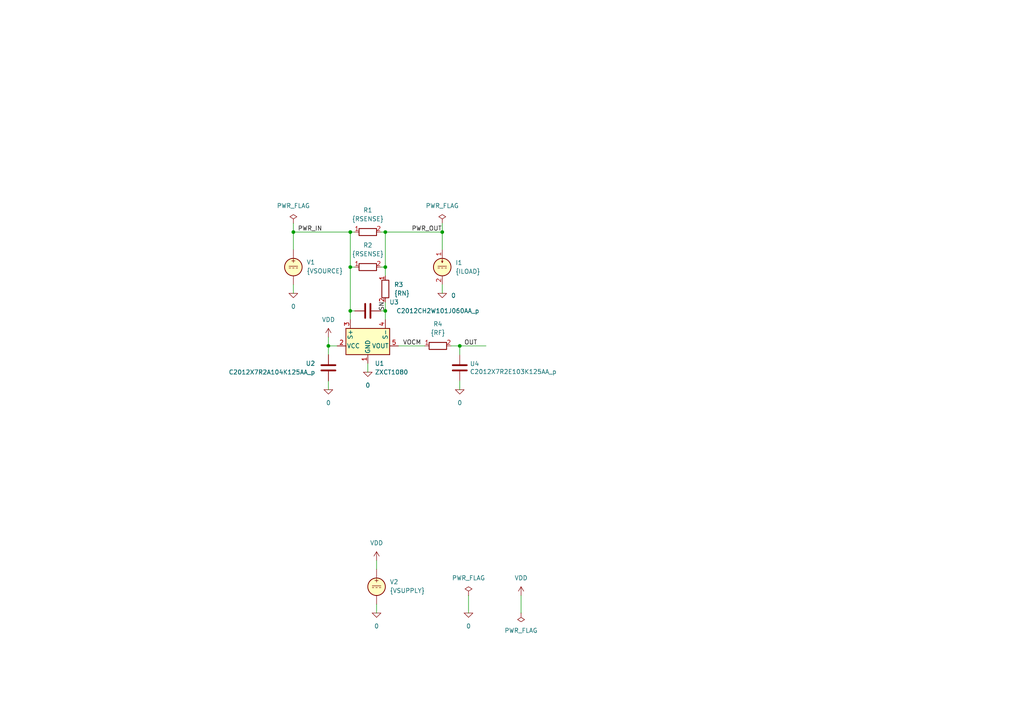
<source format=kicad_sch>
(kicad_sch
	(version 20231120)
	(generator "eeschema")
	(generator_version "8.0")
	(uuid "b320353a-5814-4136-b681-fb0810b7e80d")
	(paper "A4")
	(title_block
		(title "Voltage output current monitor")
		(date "2024-04-14")
		(rev "2")
		(company "astroelectronic@")
		(comment 1 "-")
		(comment 2 "-")
		(comment 3 "-")
		(comment 4 "AE01001080")
	)
	(lib_symbols
		(symbol "ZXCT1080:0"
			(power)
			(pin_names
				(offset 0)
			)
			(exclude_from_sim no)
			(in_bom yes)
			(on_board yes)
			(property "Reference" "#GND"
				(at 0 -2.54 0)
				(effects
					(font
						(size 1.27 1.27)
					)
					(hide yes)
				)
			)
			(property "Value" "0"
				(at 0 -1.778 0)
				(effects
					(font
						(size 1.27 1.27)
					)
				)
			)
			(property "Footprint" ""
				(at 0 0 0)
				(effects
					(font
						(size 1.27 1.27)
					)
					(hide yes)
				)
			)
			(property "Datasheet" "~"
				(at 0 0 0)
				(effects
					(font
						(size 1.27 1.27)
					)
					(hide yes)
				)
			)
			(property "Description" "0V reference potential for simulation"
				(at 0 0 0)
				(effects
					(font
						(size 1.27 1.27)
					)
					(hide yes)
				)
			)
			(property "ki_keywords" "simulation"
				(at 0 0 0)
				(effects
					(font
						(size 1.27 1.27)
					)
					(hide yes)
				)
			)
			(symbol "0_0_1"
				(polyline
					(pts
						(xy -1.27 0) (xy 0 -1.27) (xy 1.27 0) (xy -1.27 0)
					)
					(stroke
						(width 0)
						(type default)
					)
					(fill
						(type none)
					)
				)
			)
			(symbol "0_1_1"
				(pin power_in line
					(at 0 0 0)
					(length 0) hide
					(name "0"
						(effects
							(font
								(size 1.016 1.016)
							)
						)
					)
					(number "1"
						(effects
							(font
								(size 1.016 1.016)
							)
						)
					)
				)
			)
		)
		(symbol "ZXCT1080:C"
			(pin_numbers hide)
			(pin_names
				(offset 0.254)
			)
			(exclude_from_sim no)
			(in_bom yes)
			(on_board yes)
			(property "Reference" "C"
				(at 0.635 2.54 0)
				(effects
					(font
						(size 1.27 1.27)
					)
					(justify left)
				)
			)
			(property "Value" "C"
				(at 0.635 -2.54 0)
				(effects
					(font
						(size 1.27 1.27)
					)
					(justify left)
				)
			)
			(property "Footprint" ""
				(at 0.9652 -3.81 0)
				(effects
					(font
						(size 1.27 1.27)
					)
					(hide yes)
				)
			)
			(property "Datasheet" "~"
				(at 0 0 0)
				(effects
					(font
						(size 1.27 1.27)
					)
					(hide yes)
				)
			)
			(property "Description" "Unpolarized capacitor"
				(at 0 0 0)
				(effects
					(font
						(size 1.27 1.27)
					)
					(hide yes)
				)
			)
			(property "ki_keywords" "cap capacitor"
				(at 0 0 0)
				(effects
					(font
						(size 1.27 1.27)
					)
					(hide yes)
				)
			)
			(property "ki_fp_filters" "C_*"
				(at 0 0 0)
				(effects
					(font
						(size 1.27 1.27)
					)
					(hide yes)
				)
			)
			(symbol "C_0_1"
				(polyline
					(pts
						(xy -2.032 -0.762) (xy 2.032 -0.762)
					)
					(stroke
						(width 0.508)
						(type default)
					)
					(fill
						(type none)
					)
				)
				(polyline
					(pts
						(xy -2.032 0.762) (xy 2.032 0.762)
					)
					(stroke
						(width 0.508)
						(type default)
					)
					(fill
						(type none)
					)
				)
			)
			(symbol "C_1_1"
				(pin passive line
					(at 0 3.81 270)
					(length 2.794)
					(name "~"
						(effects
							(font
								(size 1.27 1.27)
							)
						)
					)
					(number "1"
						(effects
							(font
								(size 1.27 1.27)
							)
						)
					)
				)
				(pin passive line
					(at 0 -3.81 90)
					(length 2.794)
					(name "~"
						(effects
							(font
								(size 1.27 1.27)
							)
						)
					)
					(number "2"
						(effects
							(font
								(size 1.27 1.27)
							)
						)
					)
				)
			)
		)
		(symbol "ZXCT1080:IDC"
			(pin_names
				(offset 0.0254) hide)
			(exclude_from_sim no)
			(in_bom yes)
			(on_board yes)
			(property "Reference" "I"
				(at 2.54 2.54 0)
				(effects
					(font
						(size 1.27 1.27)
					)
					(justify left)
				)
			)
			(property "Value" "1"
				(at 2.54 0 0)
				(effects
					(font
						(size 1.27 1.27)
					)
					(justify left)
				)
			)
			(property "Footprint" ""
				(at 0 0 0)
				(effects
					(font
						(size 1.27 1.27)
					)
					(hide yes)
				)
			)
			(property "Datasheet" "https://ngspice.sourceforge.io/docs/ngspice-html-manual/manual.xhtml#sec_Independent_Sources_for"
				(at 0 0 0)
				(effects
					(font
						(size 1.27 1.27)
					)
					(hide yes)
				)
			)
			(property "Description" "Current source, DC"
				(at 0 0 0)
				(effects
					(font
						(size 1.27 1.27)
					)
					(hide yes)
				)
			)
			(property "Sim.Pins" "1=+ 2=-"
				(at 0 0 0)
				(effects
					(font
						(size 1.27 1.27)
					)
					(hide yes)
				)
			)
			(property "Sim.Type" "DC"
				(at 0 0 0)
				(effects
					(font
						(size 1.27 1.27)
					)
					(hide yes)
				)
			)
			(property "Sim.Device" "I"
				(at 0 0 0)
				(effects
					(font
						(size 1.27 1.27)
					)
					(hide yes)
				)
			)
			(property "ki_keywords" "simulation"
				(at 0 0 0)
				(effects
					(font
						(size 1.27 1.27)
					)
					(hide yes)
				)
			)
			(symbol "IDC_0_0"
				(polyline
					(pts
						(xy -1.27 0.254) (xy 1.27 0.254)
					)
					(stroke
						(width 0)
						(type default)
					)
					(fill
						(type none)
					)
				)
				(polyline
					(pts
						(xy -0.762 -0.254) (xy -1.27 -0.254)
					)
					(stroke
						(width 0)
						(type default)
					)
					(fill
						(type none)
					)
				)
				(polyline
					(pts
						(xy 0.254 -0.254) (xy -0.254 -0.254)
					)
					(stroke
						(width 0)
						(type default)
					)
					(fill
						(type none)
					)
				)
				(polyline
					(pts
						(xy 1.27 -0.254) (xy 0.762 -0.254)
					)
					(stroke
						(width 0)
						(type default)
					)
					(fill
						(type none)
					)
				)
			)
			(symbol "IDC_0_1"
				(polyline
					(pts
						(xy 0 1.27) (xy 0 2.286)
					)
					(stroke
						(width 0)
						(type default)
					)
					(fill
						(type none)
					)
				)
				(polyline
					(pts
						(xy -0.254 1.778) (xy 0 1.27) (xy 0.254 1.778)
					)
					(stroke
						(width 0)
						(type default)
					)
					(fill
						(type none)
					)
				)
				(circle
					(center 0 0)
					(radius 2.54)
					(stroke
						(width 0.254)
						(type default)
					)
					(fill
						(type background)
					)
				)
			)
			(symbol "IDC_1_1"
				(pin passive line
					(at 0 5.08 270)
					(length 2.54)
					(name "~"
						(effects
							(font
								(size 1.27 1.27)
							)
						)
					)
					(number "1"
						(effects
							(font
								(size 1.27 1.27)
							)
						)
					)
				)
				(pin passive line
					(at 0 -5.08 90)
					(length 2.54)
					(name "~"
						(effects
							(font
								(size 1.27 1.27)
							)
						)
					)
					(number "2"
						(effects
							(font
								(size 1.27 1.27)
							)
						)
					)
				)
			)
		)
		(symbol "ZXCT1080:PWR_FLAG"
			(power)
			(pin_numbers hide)
			(pin_names
				(offset 0) hide)
			(exclude_from_sim no)
			(in_bom yes)
			(on_board yes)
			(property "Reference" "#FLG"
				(at 0 1.905 0)
				(effects
					(font
						(size 1.27 1.27)
					)
					(hide yes)
				)
			)
			(property "Value" "PWR_FLAG"
				(at 0 3.81 0)
				(effects
					(font
						(size 1.27 1.27)
					)
				)
			)
			(property "Footprint" ""
				(at 0 0 0)
				(effects
					(font
						(size 1.27 1.27)
					)
					(hide yes)
				)
			)
			(property "Datasheet" "~"
				(at 0 0 0)
				(effects
					(font
						(size 1.27 1.27)
					)
					(hide yes)
				)
			)
			(property "Description" "Special symbol for telling ERC where power comes from"
				(at 0 0 0)
				(effects
					(font
						(size 1.27 1.27)
					)
					(hide yes)
				)
			)
			(property "ki_keywords" "power-flag"
				(at 0 0 0)
				(effects
					(font
						(size 1.27 1.27)
					)
					(hide yes)
				)
			)
			(symbol "PWR_FLAG_0_0"
				(pin power_out line
					(at 0 0 90)
					(length 0)
					(name "pwr"
						(effects
							(font
								(size 1.27 1.27)
							)
						)
					)
					(number "1"
						(effects
							(font
								(size 1.27 1.27)
							)
						)
					)
				)
			)
			(symbol "PWR_FLAG_0_1"
				(polyline
					(pts
						(xy 0 0) (xy 0 1.27) (xy -1.016 1.905) (xy 0 2.54) (xy 1.016 1.905) (xy 0 1.27)
					)
					(stroke
						(width 0)
						(type default)
					)
					(fill
						(type none)
					)
				)
			)
		)
		(symbol "ZXCT1080:R"
			(pin_names
				(offset 0) hide)
			(exclude_from_sim no)
			(in_bom yes)
			(on_board yes)
			(property "Reference" "R"
				(at 2.032 0 90)
				(effects
					(font
						(size 1.27 1.27)
					)
				)
			)
			(property "Value" "R"
				(at 0 0 90)
				(effects
					(font
						(size 1.27 1.27)
					)
				)
			)
			(property "Footprint" ""
				(at -1.778 0 90)
				(effects
					(font
						(size 1.27 1.27)
					)
					(hide yes)
				)
			)
			(property "Datasheet" "~"
				(at 0 0 0)
				(effects
					(font
						(size 1.27 1.27)
					)
					(hide yes)
				)
			)
			(property "Description" "Resistor"
				(at 0 0 0)
				(effects
					(font
						(size 1.27 1.27)
					)
					(hide yes)
				)
			)
			(property "ki_keywords" "R res resistor"
				(at 0 0 0)
				(effects
					(font
						(size 1.27 1.27)
					)
					(hide yes)
				)
			)
			(property "ki_fp_filters" "R_*"
				(at 0 0 0)
				(effects
					(font
						(size 1.27 1.27)
					)
					(hide yes)
				)
			)
			(symbol "R_0_1"
				(rectangle
					(start -1.016 -2.54)
					(end 1.016 2.54)
					(stroke
						(width 0.254)
						(type default)
					)
					(fill
						(type none)
					)
				)
			)
			(symbol "R_1_1"
				(pin passive line
					(at 0 3.81 270)
					(length 1.27)
					(name "~"
						(effects
							(font
								(size 1.27 1.27)
							)
						)
					)
					(number "1"
						(effects
							(font
								(size 1.27 1.27)
							)
						)
					)
				)
				(pin passive line
					(at 0 -3.81 90)
					(length 1.27)
					(name "~"
						(effects
							(font
								(size 1.27 1.27)
							)
						)
					)
					(number "2"
						(effects
							(font
								(size 1.27 1.27)
							)
						)
					)
				)
			)
		)
		(symbol "ZXCT1080:VDC"
			(pin_numbers hide)
			(pin_names
				(offset 0.0254)
			)
			(exclude_from_sim no)
			(in_bom yes)
			(on_board yes)
			(property "Reference" "V"
				(at 2.54 2.54 0)
				(effects
					(font
						(size 1.27 1.27)
					)
					(justify left)
				)
			)
			(property "Value" "1"
				(at 2.54 0 0)
				(effects
					(font
						(size 1.27 1.27)
					)
					(justify left)
				)
			)
			(property "Footprint" ""
				(at 0 0 0)
				(effects
					(font
						(size 1.27 1.27)
					)
					(hide yes)
				)
			)
			(property "Datasheet" "https://ngspice.sourceforge.io/docs/ngspice-html-manual/manual.xhtml#sec_Independent_Sources_for"
				(at 0 0 0)
				(effects
					(font
						(size 1.27 1.27)
					)
					(hide yes)
				)
			)
			(property "Description" "Voltage source, DC"
				(at 0 0 0)
				(effects
					(font
						(size 1.27 1.27)
					)
					(hide yes)
				)
			)
			(property "Sim.Pins" "1=+ 2=-"
				(at 0 0 0)
				(effects
					(font
						(size 1.27 1.27)
					)
					(hide yes)
				)
			)
			(property "Sim.Type" "DC"
				(at 0 0 0)
				(effects
					(font
						(size 1.27 1.27)
					)
					(hide yes)
				)
			)
			(property "Sim.Device" "V"
				(at 0 0 0)
				(effects
					(font
						(size 1.27 1.27)
					)
					(justify left)
					(hide yes)
				)
			)
			(property "ki_keywords" "simulation"
				(at 0 0 0)
				(effects
					(font
						(size 1.27 1.27)
					)
					(hide yes)
				)
			)
			(symbol "VDC_0_0"
				(polyline
					(pts
						(xy -1.27 0.254) (xy 1.27 0.254)
					)
					(stroke
						(width 0)
						(type default)
					)
					(fill
						(type none)
					)
				)
				(polyline
					(pts
						(xy -0.762 -0.254) (xy -1.27 -0.254)
					)
					(stroke
						(width 0)
						(type default)
					)
					(fill
						(type none)
					)
				)
				(polyline
					(pts
						(xy 0.254 -0.254) (xy -0.254 -0.254)
					)
					(stroke
						(width 0)
						(type default)
					)
					(fill
						(type none)
					)
				)
				(polyline
					(pts
						(xy 1.27 -0.254) (xy 0.762 -0.254)
					)
					(stroke
						(width 0)
						(type default)
					)
					(fill
						(type none)
					)
				)
				(text "+"
					(at 0 1.905 0)
					(effects
						(font
							(size 1.27 1.27)
						)
					)
				)
			)
			(symbol "VDC_0_1"
				(circle
					(center 0 0)
					(radius 2.54)
					(stroke
						(width 0.254)
						(type default)
					)
					(fill
						(type background)
					)
				)
			)
			(symbol "VDC_1_1"
				(pin passive line
					(at 0 5.08 270)
					(length 2.54)
					(name "~"
						(effects
							(font
								(size 1.27 1.27)
							)
						)
					)
					(number "1"
						(effects
							(font
								(size 1.27 1.27)
							)
						)
					)
				)
				(pin passive line
					(at 0 -5.08 90)
					(length 2.54)
					(name "~"
						(effects
							(font
								(size 1.27 1.27)
							)
						)
					)
					(number "2"
						(effects
							(font
								(size 1.27 1.27)
							)
						)
					)
				)
			)
		)
		(symbol "ZXCT1080:VDD"
			(power)
			(pin_names
				(offset 0)
			)
			(exclude_from_sim no)
			(in_bom yes)
			(on_board yes)
			(property "Reference" "#PWR"
				(at 0 -3.81 0)
				(effects
					(font
						(size 1.27 1.27)
					)
					(hide yes)
				)
			)
			(property "Value" "VDD"
				(at 0 3.81 0)
				(effects
					(font
						(size 1.27 1.27)
					)
				)
			)
			(property "Footprint" ""
				(at 0 0 0)
				(effects
					(font
						(size 1.27 1.27)
					)
					(hide yes)
				)
			)
			(property "Datasheet" ""
				(at 0 0 0)
				(effects
					(font
						(size 1.27 1.27)
					)
					(hide yes)
				)
			)
			(property "Description" "Power symbol creates a global label with name \"VDD\""
				(at 0 0 0)
				(effects
					(font
						(size 1.27 1.27)
					)
					(hide yes)
				)
			)
			(property "ki_keywords" "power-flag"
				(at 0 0 0)
				(effects
					(font
						(size 1.27 1.27)
					)
					(hide yes)
				)
			)
			(symbol "VDD_0_1"
				(polyline
					(pts
						(xy -0.762 1.27) (xy 0 2.54)
					)
					(stroke
						(width 0)
						(type default)
					)
					(fill
						(type none)
					)
				)
				(polyline
					(pts
						(xy 0 0) (xy 0 2.54)
					)
					(stroke
						(width 0)
						(type default)
					)
					(fill
						(type none)
					)
				)
				(polyline
					(pts
						(xy 0 2.54) (xy 0.762 1.27)
					)
					(stroke
						(width 0)
						(type default)
					)
					(fill
						(type none)
					)
				)
			)
			(symbol "VDD_1_1"
				(pin power_in line
					(at 0 0 90)
					(length 0) hide
					(name "VDD"
						(effects
							(font
								(size 1.27 1.27)
							)
						)
					)
					(number "1"
						(effects
							(font
								(size 1.27 1.27)
							)
						)
					)
				)
			)
		)
		(symbol "ZXCT1080:ZXCT1080"
			(pin_names
				(offset 0.254)
			)
			(exclude_from_sim no)
			(in_bom yes)
			(on_board yes)
			(property "Reference" "U"
				(at 7.62 1.27 0)
				(effects
					(font
						(size 1.27 1.27)
					)
					(justify left)
				)
			)
			(property "Value" "ZXCT1080"
				(at 7.62 -1.27 0)
				(effects
					(font
						(size 1.27 1.27)
					)
					(justify left)
				)
			)
			(property "Footprint" "Package_TO_SOT_SMD:SOT-23-5"
				(at 0 0 0)
				(effects
					(font
						(size 1.27 1.27)
					)
					(hide yes)
				)
			)
			(property "Datasheet" "https://www.diodes.com/assets/Datasheets/ZXCT1080.pdf"
				(at -1.27 0 0)
				(effects
					(font
						(size 1.27 1.27)
					)
					(hide yes)
				)
			)
			(property "Description" "Low Power High-Side Current Monitors, SOT-23-5"
				(at 0 0 0)
				(effects
					(font
						(size 1.27 1.27)
					)
					(hide yes)
				)
			)
			(property "ki_keywords" "High side current monitor shunt"
				(at 0 0 0)
				(effects
					(font
						(size 1.27 1.27)
					)
					(hide yes)
				)
			)
			(property "ki_fp_filters" "SOT?23*"
				(at 0 0 0)
				(effects
					(font
						(size 1.27 1.27)
					)
					(hide yes)
				)
			)
			(symbol "ZXCT1080_0_1"
				(rectangle
					(start -6.35 2.54)
					(end 6.35 -5.08)
					(stroke
						(width 0.254)
						(type default)
					)
					(fill
						(type background)
					)
				)
			)
			(symbol "ZXCT1080_1_1"
				(pin passive line
					(at 0 -7.62 90)
					(length 2.54)
					(name "GND"
						(effects
							(font
								(size 1.27 1.27)
							)
						)
					)
					(number "1"
						(effects
							(font
								(size 1.27 1.27)
							)
						)
					)
				)
				(pin passive line
					(at -8.89 -2.54 0)
					(length 2.54)
					(name "VCC"
						(effects
							(font
								(size 1.27 1.27)
							)
						)
					)
					(number "2"
						(effects
							(font
								(size 1.27 1.27)
							)
						)
					)
				)
				(pin passive line
					(at -5.08 5.08 270)
					(length 2.54)
					(name "S+"
						(effects
							(font
								(size 1.27 1.27)
							)
						)
					)
					(number "3"
						(effects
							(font
								(size 1.27 1.27)
							)
						)
					)
				)
				(pin passive line
					(at 5.08 5.08 270)
					(length 2.54)
					(name "S-"
						(effects
							(font
								(size 1.27 1.27)
							)
						)
					)
					(number "4"
						(effects
							(font
								(size 1.27 1.27)
							)
						)
					)
				)
				(pin passive line
					(at 8.89 -2.54 180)
					(length 2.54)
					(name "VOUT"
						(effects
							(font
								(size 1.27 1.27)
							)
						)
					)
					(number "5"
						(effects
							(font
								(size 1.27 1.27)
							)
						)
					)
				)
			)
		)
	)
	(junction
		(at 111.76 67.31)
		(diameter 0)
		(color 0 0 0 0)
		(uuid "0051e367-913f-43db-bd4b-393016fc9307")
	)
	(junction
		(at 111.76 90.17)
		(diameter 0)
		(color 0 0 0 0)
		(uuid "51e91a32-44a7-4211-b83f-77d8577b3126")
	)
	(junction
		(at 133.35 100.33)
		(diameter 0)
		(color 0 0 0 0)
		(uuid "616d2bb4-bc33-4089-a69f-f980ff6c972c")
	)
	(junction
		(at 95.25 100.33)
		(diameter 0)
		(color 0 0 0 0)
		(uuid "6ba87e23-86d7-4a0b-9bd6-fa73d9409423")
	)
	(junction
		(at 101.6 90.17)
		(diameter 0)
		(color 0 0 0 0)
		(uuid "94718224-fb98-4b53-9ac3-2cb75bfecf6a")
	)
	(junction
		(at 101.6 77.47)
		(diameter 0)
		(color 0 0 0 0)
		(uuid "bacc1750-9f3b-4e48-adf4-9d8dd0ee9d6a")
	)
	(junction
		(at 128.27 67.31)
		(diameter 0)
		(color 0 0 0 0)
		(uuid "be9d19de-2119-47fd-8fb4-8ddc846f0aff")
	)
	(junction
		(at 111.76 77.47)
		(diameter 0)
		(color 0 0 0 0)
		(uuid "eb37b5fe-8699-46f0-8b8c-6488779db8d7")
	)
	(junction
		(at 85.09 67.31)
		(diameter 0)
		(color 0 0 0 0)
		(uuid "f41d5f6d-ddde-4e79-a50a-842674bb1ad5")
	)
	(junction
		(at 101.6 67.31)
		(diameter 0)
		(color 0 0 0 0)
		(uuid "fa8768fe-2417-47c8-b3e3-3eed640cc4c2")
	)
	(wire
		(pts
			(xy 106.68 105.41) (xy 106.68 107.95)
		)
		(stroke
			(width 0)
			(type default)
		)
		(uuid "008c54f6-df7a-4787-bc62-f9bcda25b280")
	)
	(wire
		(pts
			(xy 111.76 77.47) (xy 111.76 80.01)
		)
		(stroke
			(width 0)
			(type default)
		)
		(uuid "05242e64-02a0-4b37-9200-3a374c5d51e3")
	)
	(wire
		(pts
			(xy 133.35 102.87) (xy 133.35 100.33)
		)
		(stroke
			(width 0)
			(type default)
		)
		(uuid "0a4469e2-8979-4578-94c8-0f59ab109db5")
	)
	(wire
		(pts
			(xy 109.22 175.26) (xy 109.22 177.8)
		)
		(stroke
			(width 0)
			(type default)
		)
		(uuid "128e34ce-eee7-477d-b905-a493e98db783")
	)
	(wire
		(pts
			(xy 101.6 90.17) (xy 101.6 77.47)
		)
		(stroke
			(width 0)
			(type default)
		)
		(uuid "1480b957-ce5d-4324-bba8-dab2ec876cad")
	)
	(wire
		(pts
			(xy 111.76 92.71) (xy 111.76 90.17)
		)
		(stroke
			(width 0)
			(type default)
		)
		(uuid "1a924dbb-b86a-423c-aeb9-c61e0e3b8b32")
	)
	(wire
		(pts
			(xy 85.09 72.39) (xy 85.09 67.31)
		)
		(stroke
			(width 0)
			(type default)
		)
		(uuid "1aaf1e93-e9d2-4402-821e-e57797993977")
	)
	(wire
		(pts
			(xy 140.97 100.33) (xy 133.35 100.33)
		)
		(stroke
			(width 0)
			(type default)
		)
		(uuid "1bf544e3-5940-4576-9291-2464e95c0ee2")
	)
	(wire
		(pts
			(xy 101.6 77.47) (xy 101.6 67.31)
		)
		(stroke
			(width 0)
			(type default)
		)
		(uuid "1d7e73a7-e184-4001-992b-cc7023b1905c")
	)
	(wire
		(pts
			(xy 101.6 67.31) (xy 102.87 67.31)
		)
		(stroke
			(width 0)
			(type default)
		)
		(uuid "1eb4e894-738a-49a9-9ef7-5683505e2ffc")
	)
	(wire
		(pts
			(xy 151.13 172.72) (xy 151.13 177.8)
		)
		(stroke
			(width 0)
			(type default)
		)
		(uuid "203a21d0-8aaa-4d6c-a73e-4fc78aff1e8f")
	)
	(wire
		(pts
			(xy 85.09 64.77) (xy 85.09 67.31)
		)
		(stroke
			(width 0)
			(type default)
		)
		(uuid "2658f556-9b6e-4d2d-a73f-56407ec3b6f9")
	)
	(wire
		(pts
			(xy 110.49 77.47) (xy 111.76 77.47)
		)
		(stroke
			(width 0)
			(type default)
		)
		(uuid "3677c0c5-4caa-4d1d-85a8-a51e03d317bb")
	)
	(wire
		(pts
			(xy 111.76 87.63) (xy 111.76 90.17)
		)
		(stroke
			(width 0)
			(type default)
		)
		(uuid "3b2a4b92-06cb-4e08-a14a-e1800b6fda2d")
	)
	(wire
		(pts
			(xy 111.76 67.31) (xy 110.49 67.31)
		)
		(stroke
			(width 0)
			(type default)
		)
		(uuid "40d120ed-8e9d-4d03-b81b-2b3baa3af679")
	)
	(wire
		(pts
			(xy 135.89 177.8) (xy 135.89 172.72)
		)
		(stroke
			(width 0)
			(type default)
		)
		(uuid "417f13e4-c121-485a-a6b5-8b55e70350b8")
	)
	(wire
		(pts
			(xy 95.25 97.79) (xy 95.25 100.33)
		)
		(stroke
			(width 0)
			(type default)
		)
		(uuid "4d112913-9916-42c6-9b37-f669e7859960")
	)
	(wire
		(pts
			(xy 111.76 90.17) (xy 110.49 90.17)
		)
		(stroke
			(width 0)
			(type default)
		)
		(uuid "4eddb391-1981-4415-b131-9933896c4c95")
	)
	(wire
		(pts
			(xy 101.6 92.71) (xy 101.6 90.17)
		)
		(stroke
			(width 0)
			(type default)
		)
		(uuid "5ad44253-ad65-46e9-8a2e-3d432a435156")
	)
	(wire
		(pts
			(xy 133.35 100.33) (xy 130.81 100.33)
		)
		(stroke
			(width 0)
			(type default)
		)
		(uuid "69560aba-dcf0-4796-a0fa-d8dfb502300e")
	)
	(wire
		(pts
			(xy 95.25 102.87) (xy 95.25 100.33)
		)
		(stroke
			(width 0)
			(type default)
		)
		(uuid "6f8680f0-24fa-438e-ac76-b202bbdf4c83")
	)
	(wire
		(pts
			(xy 111.76 77.47) (xy 111.76 67.31)
		)
		(stroke
			(width 0)
			(type default)
		)
		(uuid "70676847-d2f6-49ad-ad04-77616e816ebc")
	)
	(wire
		(pts
			(xy 109.22 162.56) (xy 109.22 165.1)
		)
		(stroke
			(width 0)
			(type default)
		)
		(uuid "842e430f-0c35-45f3-a0b5-95ae7b7ae388")
	)
	(wire
		(pts
			(xy 101.6 77.47) (xy 102.87 77.47)
		)
		(stroke
			(width 0)
			(type default)
		)
		(uuid "86193abb-b50e-45ba-b83d-bf327c8f859e")
	)
	(wire
		(pts
			(xy 85.09 82.55) (xy 85.09 85.09)
		)
		(stroke
			(width 0)
			(type default)
		)
		(uuid "a322e7f1-81fb-421f-929e-f3a8c86c467e")
	)
	(wire
		(pts
			(xy 128.27 64.77) (xy 128.27 67.31)
		)
		(stroke
			(width 0)
			(type default)
		)
		(uuid "b13a2e54-e0d2-45c8-872b-05937ab83422")
	)
	(wire
		(pts
			(xy 111.76 67.31) (xy 128.27 67.31)
		)
		(stroke
			(width 0)
			(type default)
		)
		(uuid "c285d90a-0407-424f-8fa4-3348bdbfb549")
	)
	(wire
		(pts
			(xy 95.25 100.33) (xy 97.79 100.33)
		)
		(stroke
			(width 0)
			(type default)
		)
		(uuid "c3268e54-8055-4199-b5d5-53b5f439895e")
	)
	(wire
		(pts
			(xy 95.25 110.49) (xy 95.25 113.03)
		)
		(stroke
			(width 0)
			(type default)
		)
		(uuid "d4c5b021-21c0-4899-8fa5-ce55c2507526")
	)
	(wire
		(pts
			(xy 101.6 90.17) (xy 102.87 90.17)
		)
		(stroke
			(width 0)
			(type default)
		)
		(uuid "d54e4a65-9692-40af-9a54-437445757773")
	)
	(wire
		(pts
			(xy 115.57 100.33) (xy 123.19 100.33)
		)
		(stroke
			(width 0)
			(type default)
		)
		(uuid "e531d7e5-0993-438e-9ae5-f39f0e6e552d")
	)
	(wire
		(pts
			(xy 128.27 82.55) (xy 128.27 85.09)
		)
		(stroke
			(width 0)
			(type default)
		)
		(uuid "ed708674-435c-45d1-b7ac-5d2ac6449c3d")
	)
	(wire
		(pts
			(xy 128.27 72.39) (xy 128.27 67.31)
		)
		(stroke
			(width 0)
			(type default)
		)
		(uuid "edbf0709-36fa-4322-b467-9f9af9a4024c")
	)
	(wire
		(pts
			(xy 133.35 110.49) (xy 133.35 113.03)
		)
		(stroke
			(width 0)
			(type default)
		)
		(uuid "f065b5dc-fca6-49b4-b6ff-625aaf5d6909")
	)
	(wire
		(pts
			(xy 85.09 67.31) (xy 101.6 67.31)
		)
		(stroke
			(width 0)
			(type default)
		)
		(uuid "f097e87d-f367-4da4-a6b4-f976072db2f3")
	)
	(label "SN"
		(at 111.76 90.17 90)
		(fields_autoplaced yes)
		(effects
			(font
				(size 1.27 1.27)
			)
			(justify left bottom)
		)
		(uuid "2e642b3e-a476-4c54-9a52-dcea955640cd")
	)
	(label "PWR_OUT"
		(at 119.38 67.31 0)
		(fields_autoplaced yes)
		(effects
			(font
				(size 1.27 1.27)
			)
			(justify left bottom)
		)
		(uuid "5038e144-5119-49db-b6cf-f7c345f1cf03")
	)
	(label "PWR_IN"
		(at 86.36 67.31 0)
		(fields_autoplaced yes)
		(effects
			(font
				(size 1.27 1.27)
			)
			(justify left bottom)
		)
		(uuid "6441b183-b8f2-458f-a23d-60e2b1f66dd6")
	)
	(label "VOCM"
		(at 116.84 100.33 0)
		(fields_autoplaced yes)
		(effects
			(font
				(size 1.27 1.27)
			)
			(justify left bottom)
		)
		(uuid "ac264c30-3e9a-4be2-b97a-9949b68bd497")
	)
	(label "OUT"
		(at 134.62 100.33 0)
		(fields_autoplaced yes)
		(effects
			(font
				(size 1.27 1.27)
			)
			(justify left bottom)
		)
		(uuid "d4a1d3c4-b315-4bec-9220-d12a9eab51e0")
	)
	(symbol
		(lib_id "ZXCT1080:C")
		(at 106.68 90.17 90)
		(unit 1)
		(exclude_from_sim no)
		(in_bom yes)
		(on_board yes)
		(dnp no)
		(uuid "00000000-0000-0000-0000-00005dc5df27")
		(property "Reference" "U3"
			(at 114.3 87.63 90)
			(effects
				(font
					(size 1.27 1.27)
				)
			)
		)
		(property "Value" "C2012CH2W101J060AA_p"
			(at 127 90.17 90)
			(effects
				(font
					(size 1.27 1.27)
				)
			)
		)
		(property "Footprint" ""
			(at 110.49 89.2048 0)
			(effects
				(font
					(size 1.27 1.27)
				)
				(hide yes)
			)
		)
		(property "Datasheet" "~"
			(at 106.68 90.17 0)
			(effects
				(font
					(size 1.27 1.27)
				)
				(hide yes)
			)
		)
		(property "Description" ""
			(at 106.68 90.17 0)
			(effects
				(font
					(size 1.27 1.27)
				)
				(hide yes)
			)
		)
		(property "Sim.Library" "_models\\C2012CH2W101J060AA_p.mod"
			(at 106.68 90.17 0)
			(effects
				(font
					(size 1.27 1.27)
				)
				(hide yes)
			)
		)
		(property "Sim.Name" "C2012CH2W101J060AA_p"
			(at 106.68 90.17 0)
			(effects
				(font
					(size 1.27 1.27)
				)
				(hide yes)
			)
		)
		(property "Sim.Pins" "1=n1 2=n2"
			(at 0 0 0)
			(effects
				(font
					(size 1.27 1.27)
				)
				(hide yes)
			)
		)
		(property "Sim.Device" "SUBCKT"
			(at 106.68 90.17 0)
			(effects
				(font
					(size 1.27 1.27)
				)
				(hide yes)
			)
		)
		(pin "1"
			(uuid "af0f123e-c34f-4c2f-93ba-873cf1bbf070")
		)
		(pin "2"
			(uuid "f0610c5b-b4dd-4dd6-93c5-2f2fae809af6")
		)
		(instances
			(project "ZXCT1080"
				(path "/b320353a-5814-4136-b681-fb0810b7e80d"
					(reference "U3")
					(unit 1)
				)
			)
		)
	)
	(symbol
		(lib_id "ZXCT1080:C")
		(at 95.25 106.68 0)
		(unit 1)
		(exclude_from_sim no)
		(in_bom yes)
		(on_board yes)
		(dnp no)
		(fields_autoplaced yes)
		(uuid "00000000-0000-0000-0000-00005dc87f88")
		(property "Reference" "U2"
			(at 91.44 105.4099 0)
			(effects
				(font
					(size 1.27 1.27)
				)
				(justify right)
			)
		)
		(property "Value" "C2012X7R2A104K125AA_p"
			(at 91.44 107.9499 0)
			(effects
				(font
					(size 1.27 1.27)
				)
				(justify right)
			)
		)
		(property "Footprint" ""
			(at 96.2152 110.49 0)
			(effects
				(font
					(size 1.27 1.27)
				)
				(hide yes)
			)
		)
		(property "Datasheet" "~"
			(at 95.25 106.68 0)
			(effects
				(font
					(size 1.27 1.27)
				)
				(hide yes)
			)
		)
		(property "Description" ""
			(at 95.25 106.68 0)
			(effects
				(font
					(size 1.27 1.27)
				)
				(hide yes)
			)
		)
		(property "Sim.Library" "_models\\C2012X7R2A104K125AA_p.mod"
			(at 95.25 106.68 0)
			(effects
				(font
					(size 1.27 1.27)
				)
				(hide yes)
			)
		)
		(property "Sim.Name" "C2012X7R2A104K125AA_p"
			(at 95.25 106.68 0)
			(effects
				(font
					(size 1.27 1.27)
				)
				(hide yes)
			)
		)
		(property "Sim.Pins" "1=n1 2=n2"
			(at 0 0 0)
			(effects
				(font
					(size 1.27 1.27)
				)
				(hide yes)
			)
		)
		(property "Sim.Device" "SUBCKT"
			(at 95.25 106.68 0)
			(effects
				(font
					(size 1.27 1.27)
				)
				(hide yes)
			)
		)
		(pin "1"
			(uuid "8774f0a1-1469-43a9-96cb-2dc2471a56a4")
		)
		(pin "2"
			(uuid "0b82b3a4-6708-4675-a509-00beb9c1db50")
		)
		(instances
			(project "ZXCT1080"
				(path "/b320353a-5814-4136-b681-fb0810b7e80d"
					(reference "U2")
					(unit 1)
				)
			)
		)
	)
	(symbol
		(lib_id "ZXCT1080:C")
		(at 133.35 106.68 0)
		(unit 1)
		(exclude_from_sim no)
		(in_bom yes)
		(on_board yes)
		(dnp no)
		(uuid "00000000-0000-0000-0000-00005dca8a20")
		(property "Reference" "U4"
			(at 136.271 105.5116 0)
			(effects
				(font
					(size 1.27 1.27)
				)
				(justify left)
			)
		)
		(property "Value" "C2012X7R2E103K125AA_p"
			(at 136.271 107.823 0)
			(effects
				(font
					(size 1.27 1.27)
				)
				(justify left)
			)
		)
		(property "Footprint" ""
			(at 134.3152 110.49 0)
			(effects
				(font
					(size 1.27 1.27)
				)
				(hide yes)
			)
		)
		(property "Datasheet" "~"
			(at 133.35 106.68 0)
			(effects
				(font
					(size 1.27 1.27)
				)
				(hide yes)
			)
		)
		(property "Description" ""
			(at 133.35 106.68 0)
			(effects
				(font
					(size 1.27 1.27)
				)
				(hide yes)
			)
		)
		(property "Sim.Library" "_models\\C2012X7R2E103K125AA_p.mod"
			(at 133.35 106.68 0)
			(effects
				(font
					(size 1.27 1.27)
				)
				(hide yes)
			)
		)
		(property "Sim.Name" "C2012X7R2E103K125AA_p"
			(at 133.35 106.68 0)
			(effects
				(font
					(size 1.27 1.27)
				)
				(hide yes)
			)
		)
		(property "Sim.Pins" "1=n1 2=n2"
			(at 0 0 0)
			(effects
				(font
					(size 1.27 1.27)
				)
				(hide yes)
			)
		)
		(property "Sim.Device" "SUBCKT"
			(at 133.35 106.68 0)
			(effects
				(font
					(size 1.27 1.27)
				)
				(hide yes)
			)
		)
		(pin "1"
			(uuid "706b9dd2-3531-464e-accb-a6626ab67dbc")
		)
		(pin "2"
			(uuid "b6a00288-eda4-46a7-98c9-610b357038a0")
		)
		(instances
			(project "ZXCT1080"
				(path "/b320353a-5814-4136-b681-fb0810b7e80d"
					(reference "U4")
					(unit 1)
				)
			)
		)
	)
	(symbol
		(lib_id "ZXCT1080:VDD")
		(at 151.13 172.72 0)
		(unit 1)
		(exclude_from_sim no)
		(in_bom yes)
		(on_board yes)
		(dnp no)
		(fields_autoplaced yes)
		(uuid "00af6946-0d85-4854-b501-9008d30fe3f7")
		(property "Reference" "#PWR03"
			(at 151.13 176.53 0)
			(effects
				(font
					(size 1.27 1.27)
				)
				(hide yes)
			)
		)
		(property "Value" "VDD"
			(at 151.13 167.64 0)
			(effects
				(font
					(size 1.27 1.27)
				)
			)
		)
		(property "Footprint" ""
			(at 151.13 172.72 0)
			(effects
				(font
					(size 1.27 1.27)
				)
				(hide yes)
			)
		)
		(property "Datasheet" ""
			(at 151.13 172.72 0)
			(effects
				(font
					(size 1.27 1.27)
				)
				(hide yes)
			)
		)
		(property "Description" ""
			(at 151.13 172.72 0)
			(effects
				(font
					(size 1.27 1.27)
				)
				(hide yes)
			)
		)
		(pin "1"
			(uuid "389a98fc-e319-40ec-9d05-5620ae8fda1b")
		)
		(instances
			(project "ZXCT1080"
				(path "/b320353a-5814-4136-b681-fb0810b7e80d"
					(reference "#PWR03")
					(unit 1)
				)
			)
		)
	)
	(symbol
		(lib_id "ZXCT1080:0")
		(at 133.35 113.03 0)
		(unit 1)
		(exclude_from_sim no)
		(in_bom yes)
		(on_board yes)
		(dnp no)
		(fields_autoplaced yes)
		(uuid "10668b8a-4d6e-4e54-ade8-d540b685fe85")
		(property "Reference" "#GND06"
			(at 133.35 115.57 0)
			(effects
				(font
					(size 1.27 1.27)
				)
				(hide yes)
			)
		)
		(property "Value" "0"
			(at 133.35 116.84 0)
			(effects
				(font
					(size 1.27 1.27)
				)
			)
		)
		(property "Footprint" ""
			(at 133.35 113.03 0)
			(effects
				(font
					(size 1.27 1.27)
				)
				(hide yes)
			)
		)
		(property "Datasheet" "~"
			(at 133.35 113.03 0)
			(effects
				(font
					(size 1.27 1.27)
				)
				(hide yes)
			)
		)
		(property "Description" ""
			(at 133.35 113.03 0)
			(effects
				(font
					(size 1.27 1.27)
				)
				(hide yes)
			)
		)
		(pin "1"
			(uuid "27aa9e4a-ca26-4020-a529-36987178a89f")
		)
		(instances
			(project "ZXCT1080"
				(path "/b320353a-5814-4136-b681-fb0810b7e80d"
					(reference "#GND06")
					(unit 1)
				)
			)
		)
	)
	(symbol
		(lib_id "ZXCT1080:R")
		(at 111.76 83.82 0)
		(unit 1)
		(exclude_from_sim no)
		(in_bom yes)
		(on_board yes)
		(dnp no)
		(fields_autoplaced yes)
		(uuid "1fba0a26-f5dc-4bd1-a535-e9097b7a9fd7")
		(property "Reference" "R3"
			(at 114.3 82.5499 0)
			(effects
				(font
					(size 1.27 1.27)
				)
				(justify left)
			)
		)
		(property "Value" "{RN}"
			(at 114.3 85.0899 0)
			(effects
				(font
					(size 1.27 1.27)
				)
				(justify left)
			)
		)
		(property "Footprint" ""
			(at 109.982 83.82 90)
			(effects
				(font
					(size 1.27 1.27)
				)
				(hide yes)
			)
		)
		(property "Datasheet" "~"
			(at 111.76 83.82 0)
			(effects
				(font
					(size 1.27 1.27)
				)
				(hide yes)
			)
		)
		(property "Description" "Resistor"
			(at 111.76 83.82 0)
			(effects
				(font
					(size 1.27 1.27)
				)
				(hide yes)
			)
		)
		(pin "2"
			(uuid "dec7579d-95da-494a-aa89-45caf6d0b869")
		)
		(pin "1"
			(uuid "63870c32-5bba-4cbc-894d-67be00a24be9")
		)
		(instances
			(project "ZXCT1080"
				(path "/b320353a-5814-4136-b681-fb0810b7e80d"
					(reference "R3")
					(unit 1)
				)
			)
		)
	)
	(symbol
		(lib_id "ZXCT1080:0")
		(at 135.89 177.8 0)
		(unit 1)
		(exclude_from_sim no)
		(in_bom yes)
		(on_board yes)
		(dnp no)
		(fields_autoplaced yes)
		(uuid "26b4634d-af44-45a5-91f2-81ab5d1b0f91")
		(property "Reference" "#GND07"
			(at 135.89 180.34 0)
			(effects
				(font
					(size 1.27 1.27)
				)
				(hide yes)
			)
		)
		(property "Value" "0"
			(at 135.89 181.61 0)
			(effects
				(font
					(size 1.27 1.27)
				)
			)
		)
		(property "Footprint" ""
			(at 135.89 177.8 0)
			(effects
				(font
					(size 1.27 1.27)
				)
				(hide yes)
			)
		)
		(property "Datasheet" "~"
			(at 135.89 177.8 0)
			(effects
				(font
					(size 1.27 1.27)
				)
				(hide yes)
			)
		)
		(property "Description" ""
			(at 135.89 177.8 0)
			(effects
				(font
					(size 1.27 1.27)
				)
				(hide yes)
			)
		)
		(pin "1"
			(uuid "638bd214-3b12-4e8b-b7c9-0c4307dfbb6c")
		)
		(instances
			(project "ZXCT1080"
				(path "/b320353a-5814-4136-b681-fb0810b7e80d"
					(reference "#GND07")
					(unit 1)
				)
			)
		)
	)
	(symbol
		(lib_id "ZXCT1080:0")
		(at 85.09 85.09 0)
		(unit 1)
		(exclude_from_sim no)
		(in_bom yes)
		(on_board yes)
		(dnp no)
		(fields_autoplaced yes)
		(uuid "282ce324-ecb7-4b32-b865-91e2cf46628a")
		(property "Reference" "#GND01"
			(at 85.09 87.63 0)
			(effects
				(font
					(size 1.27 1.27)
				)
				(hide yes)
			)
		)
		(property "Value" "0"
			(at 85.09 88.9 0)
			(effects
				(font
					(size 1.27 1.27)
				)
			)
		)
		(property "Footprint" ""
			(at 85.09 85.09 0)
			(effects
				(font
					(size 1.27 1.27)
				)
				(hide yes)
			)
		)
		(property "Datasheet" "~"
			(at 85.09 85.09 0)
			(effects
				(font
					(size 1.27 1.27)
				)
				(hide yes)
			)
		)
		(property "Description" ""
			(at 85.09 85.09 0)
			(effects
				(font
					(size 1.27 1.27)
				)
				(hide yes)
			)
		)
		(pin "1"
			(uuid "fd1c0d8e-c6ff-4d5e-a23a-3c63cb0a871e")
		)
		(instances
			(project "ZXCT1080"
				(path "/b320353a-5814-4136-b681-fb0810b7e80d"
					(reference "#GND01")
					(unit 1)
				)
			)
		)
	)
	(symbol
		(lib_id "ZXCT1080:VDC")
		(at 109.22 170.18 0)
		(unit 1)
		(exclude_from_sim no)
		(in_bom yes)
		(on_board yes)
		(dnp no)
		(fields_autoplaced yes)
		(uuid "39a54687-f55a-4300-86a0-20bb600cbbb2")
		(property "Reference" "V2"
			(at 113.03 168.7801 0)
			(effects
				(font
					(size 1.27 1.27)
				)
				(justify left)
			)
		)
		(property "Value" "{VSUPPLY}"
			(at 113.03 171.3201 0)
			(effects
				(font
					(size 1.27 1.27)
				)
				(justify left)
			)
		)
		(property "Footprint" ""
			(at 109.22 170.18 0)
			(effects
				(font
					(size 1.27 1.27)
				)
				(hide yes)
			)
		)
		(property "Datasheet" "https://ngspice.sourceforge.io/docs/ngspice-html-manual/manual.xhtml#sec_Independent_Sources_for"
			(at 109.22 170.18 0)
			(effects
				(font
					(size 1.27 1.27)
				)
				(hide yes)
			)
		)
		(property "Description" "Voltage source, DC"
			(at 109.22 170.18 0)
			(effects
				(font
					(size 1.27 1.27)
				)
				(hide yes)
			)
		)
		(property "Sim.Pins" "1=+ 2=-"
			(at 109.22 170.18 0)
			(effects
				(font
					(size 1.27 1.27)
				)
				(hide yes)
			)
		)
		(property "Sim.Type" "DC"
			(at 109.22 170.18 0)
			(effects
				(font
					(size 1.27 1.27)
				)
				(hide yes)
			)
		)
		(property "Sim.Device" "V"
			(at 109.22 170.18 0)
			(effects
				(font
					(size 1.27 1.27)
				)
				(justify left)
				(hide yes)
			)
		)
		(pin "1"
			(uuid "2757936f-ed2f-4391-a201-0d613710a1c3")
		)
		(pin "2"
			(uuid "848bbb28-88b7-4de3-b9a7-040f178c921d")
		)
		(instances
			(project "ZXCT1080"
				(path "/b320353a-5814-4136-b681-fb0810b7e80d"
					(reference "V2")
					(unit 1)
				)
			)
		)
	)
	(symbol
		(lib_id "ZXCT1080:VDD")
		(at 109.22 162.56 0)
		(unit 1)
		(exclude_from_sim no)
		(in_bom yes)
		(on_board yes)
		(dnp no)
		(fields_autoplaced yes)
		(uuid "50680a14-4106-4726-9029-624defe9db68")
		(property "Reference" "#PWR02"
			(at 109.22 166.37 0)
			(effects
				(font
					(size 1.27 1.27)
				)
				(hide yes)
			)
		)
		(property "Value" "VDD"
			(at 109.22 157.48 0)
			(effects
				(font
					(size 1.27 1.27)
				)
			)
		)
		(property "Footprint" ""
			(at 109.22 162.56 0)
			(effects
				(font
					(size 1.27 1.27)
				)
				(hide yes)
			)
		)
		(property "Datasheet" ""
			(at 109.22 162.56 0)
			(effects
				(font
					(size 1.27 1.27)
				)
				(hide yes)
			)
		)
		(property "Description" ""
			(at 109.22 162.56 0)
			(effects
				(font
					(size 1.27 1.27)
				)
				(hide yes)
			)
		)
		(pin "1"
			(uuid "f39bf5ce-f9b5-446c-9102-131c46dac4bc")
		)
		(instances
			(project "ZXCT1080"
				(path "/b320353a-5814-4136-b681-fb0810b7e80d"
					(reference "#PWR02")
					(unit 1)
				)
			)
		)
	)
	(symbol
		(lib_id "ZXCT1080:PWR_FLAG")
		(at 128.27 64.77 0)
		(unit 1)
		(exclude_from_sim no)
		(in_bom yes)
		(on_board yes)
		(dnp no)
		(fields_autoplaced yes)
		(uuid "59f54ca1-c9dd-49db-b026-47f351e561b8")
		(property "Reference" "#FLG02"
			(at 128.27 62.865 0)
			(effects
				(font
					(size 1.27 1.27)
				)
				(hide yes)
			)
		)
		(property "Value" "PWR_FLAG"
			(at 128.27 59.69 0)
			(effects
				(font
					(size 1.27 1.27)
				)
			)
		)
		(property "Footprint" ""
			(at 128.27 64.77 0)
			(effects
				(font
					(size 1.27 1.27)
				)
				(hide yes)
			)
		)
		(property "Datasheet" "~"
			(at 128.27 64.77 0)
			(effects
				(font
					(size 1.27 1.27)
				)
				(hide yes)
			)
		)
		(property "Description" ""
			(at 128.27 64.77 0)
			(effects
				(font
					(size 1.27 1.27)
				)
				(hide yes)
			)
		)
		(pin "1"
			(uuid "233505c0-387a-4b38-8529-0d27627b94b2")
		)
		(instances
			(project "ZXCT1080"
				(path "/b320353a-5814-4136-b681-fb0810b7e80d"
					(reference "#FLG02")
					(unit 1)
				)
			)
		)
	)
	(symbol
		(lib_id "ZXCT1080:ZXCT1080")
		(at 106.68 97.79 0)
		(unit 1)
		(exclude_from_sim no)
		(in_bom yes)
		(on_board yes)
		(dnp no)
		(fields_autoplaced yes)
		(uuid "61e22845-4302-4839-8a11-b455db1af9e3")
		(property "Reference" "U1"
			(at 108.6994 105.41 0)
			(effects
				(font
					(size 1.27 1.27)
				)
				(justify left)
			)
		)
		(property "Value" "ZXCT1080"
			(at 108.6994 107.95 0)
			(effects
				(font
					(size 1.27 1.27)
				)
				(justify left)
			)
		)
		(property "Footprint" ""
			(at 106.68 97.79 0)
			(effects
				(font
					(size 1.27 1.27)
				)
				(hide yes)
			)
		)
		(property "Datasheet" "https://www.diodes.com/assets/Datasheets/ZXCT1080.pdf"
			(at 105.41 97.79 0)
			(effects
				(font
					(size 1.27 1.27)
				)
				(hide yes)
			)
		)
		(property "Description" ""
			(at 106.68 97.79 0)
			(effects
				(font
					(size 1.27 1.27)
				)
				(hide yes)
			)
		)
		(property "Sim.Library" "_models\\ZXCT1080.spice.txt"
			(at 106.68 97.79 0)
			(effects
				(font
					(size 1.27 1.27)
				)
				(hide yes)
			)
		)
		(property "Sim.Name" "ZXCT1080"
			(at 106.68 97.79 0)
			(effects
				(font
					(size 1.27 1.27)
				)
				(hide yes)
			)
		)
		(property "Sim.Pins" "1=1 2=2 3=3 4=4 5=5"
			(at 0 0 0)
			(effects
				(font
					(size 1.27 1.27)
				)
				(hide yes)
			)
		)
		(property "Sim.Device" "SUBCKT"
			(at 106.68 97.79 0)
			(effects
				(font
					(size 1.27 1.27)
				)
				(hide yes)
			)
		)
		(pin "1"
			(uuid "821a234a-8e4b-4e06-8d34-8353a63b3ad5")
		)
		(pin "2"
			(uuid "a03423d4-f929-44df-aaf2-a69aec382732")
		)
		(pin "3"
			(uuid "825b91e3-7a79-4195-a500-b9b89c0f0e4d")
		)
		(pin "4"
			(uuid "50e3ab78-be85-4b65-8a46-9c60aa6e9f97")
		)
		(pin "5"
			(uuid "74fba4d1-4449-4fc9-9c53-db8db50c4f44")
		)
		(instances
			(project "ZXCT1080"
				(path "/b320353a-5814-4136-b681-fb0810b7e80d"
					(reference "U1")
					(unit 1)
				)
			)
		)
	)
	(symbol
		(lib_id "ZXCT1080:PWR_FLAG")
		(at 85.09 64.77 0)
		(unit 1)
		(exclude_from_sim no)
		(in_bom yes)
		(on_board yes)
		(dnp no)
		(fields_autoplaced yes)
		(uuid "66e5aac2-6eff-4bb9-931a-7b63e1d46dfb")
		(property "Reference" "#FLG01"
			(at 85.09 62.865 0)
			(effects
				(font
					(size 1.27 1.27)
				)
				(hide yes)
			)
		)
		(property "Value" "PWR_FLAG"
			(at 85.09 59.69 0)
			(effects
				(font
					(size 1.27 1.27)
				)
			)
		)
		(property "Footprint" ""
			(at 85.09 64.77 0)
			(effects
				(font
					(size 1.27 1.27)
				)
				(hide yes)
			)
		)
		(property "Datasheet" "~"
			(at 85.09 64.77 0)
			(effects
				(font
					(size 1.27 1.27)
				)
				(hide yes)
			)
		)
		(property "Description" ""
			(at 85.09 64.77 0)
			(effects
				(font
					(size 1.27 1.27)
				)
				(hide yes)
			)
		)
		(pin "1"
			(uuid "8e3bdb7c-4775-4432-ab0b-c514b8eaaca6")
		)
		(instances
			(project "ZXCT1080"
				(path "/b320353a-5814-4136-b681-fb0810b7e80d"
					(reference "#FLG01")
					(unit 1)
				)
			)
		)
	)
	(symbol
		(lib_id "ZXCT1080:0")
		(at 128.27 85.09 0)
		(unit 1)
		(exclude_from_sim no)
		(in_bom yes)
		(on_board yes)
		(dnp no)
		(fields_autoplaced yes)
		(uuid "739ecfd8-ed8e-4327-badb-9196ae4c0b56")
		(property "Reference" "#GND05"
			(at 128.27 87.63 0)
			(effects
				(font
					(size 1.27 1.27)
				)
				(hide yes)
			)
		)
		(property "Value" "0"
			(at 130.81 85.7249 0)
			(effects
				(font
					(size 1.27 1.27)
				)
				(justify left)
			)
		)
		(property "Footprint" ""
			(at 128.27 85.09 0)
			(effects
				(font
					(size 1.27 1.27)
				)
				(hide yes)
			)
		)
		(property "Datasheet" "~"
			(at 128.27 85.09 0)
			(effects
				(font
					(size 1.27 1.27)
				)
				(hide yes)
			)
		)
		(property "Description" ""
			(at 128.27 85.09 0)
			(effects
				(font
					(size 1.27 1.27)
				)
				(hide yes)
			)
		)
		(pin "1"
			(uuid "34444ccd-5841-4a35-bd2c-b6b1ee8d2beb")
		)
		(instances
			(project "ZXCT1080"
				(path "/b320353a-5814-4136-b681-fb0810b7e80d"
					(reference "#GND05")
					(unit 1)
				)
			)
		)
	)
	(symbol
		(lib_id "ZXCT1080:R")
		(at 106.68 67.31 90)
		(unit 1)
		(exclude_from_sim no)
		(in_bom yes)
		(on_board yes)
		(dnp no)
		(fields_autoplaced yes)
		(uuid "79da322b-e6a3-491d-bf2e-61ef8896afa0")
		(property "Reference" "R1"
			(at 106.68 60.96 90)
			(effects
				(font
					(size 1.27 1.27)
				)
			)
		)
		(property "Value" "{RSENSE}"
			(at 106.68 63.5 90)
			(effects
				(font
					(size 1.27 1.27)
				)
			)
		)
		(property "Footprint" ""
			(at 106.68 69.088 90)
			(effects
				(font
					(size 1.27 1.27)
				)
				(hide yes)
			)
		)
		(property "Datasheet" "~"
			(at 106.68 67.31 0)
			(effects
				(font
					(size 1.27 1.27)
				)
				(hide yes)
			)
		)
		(property "Description" "Resistor"
			(at 106.68 67.31 0)
			(effects
				(font
					(size 1.27 1.27)
				)
				(hide yes)
			)
		)
		(pin "2"
			(uuid "c227f3c5-8bf9-4d6a-8a4e-2d9709ab1951")
		)
		(pin "1"
			(uuid "21ec34dd-fe01-49be-a11f-6852121cc730")
		)
		(instances
			(project "ZXCT1080"
				(path "/b320353a-5814-4136-b681-fb0810b7e80d"
					(reference "R1")
					(unit 1)
				)
			)
		)
	)
	(symbol
		(lib_id "ZXCT1080:PWR_FLAG")
		(at 151.13 177.8 180)
		(unit 1)
		(exclude_from_sim no)
		(in_bom yes)
		(on_board yes)
		(dnp no)
		(fields_autoplaced yes)
		(uuid "79f0e486-7950-4a2c-a281-0e68aa92b280")
		(property "Reference" "#FLG04"
			(at 151.13 179.705 0)
			(effects
				(font
					(size 1.27 1.27)
				)
				(hide yes)
			)
		)
		(property "Value" "PWR_FLAG"
			(at 151.13 182.88 0)
			(effects
				(font
					(size 1.27 1.27)
				)
			)
		)
		(property "Footprint" ""
			(at 151.13 177.8 0)
			(effects
				(font
					(size 1.27 1.27)
				)
				(hide yes)
			)
		)
		(property "Datasheet" "~"
			(at 151.13 177.8 0)
			(effects
				(font
					(size 1.27 1.27)
				)
				(hide yes)
			)
		)
		(property "Description" ""
			(at 151.13 177.8 0)
			(effects
				(font
					(size 1.27 1.27)
				)
				(hide yes)
			)
		)
		(pin "1"
			(uuid "02e63731-d144-4fd2-9e13-d49ce1fe6280")
		)
		(instances
			(project "ZXCT1080"
				(path "/b320353a-5814-4136-b681-fb0810b7e80d"
					(reference "#FLG04")
					(unit 1)
				)
			)
		)
	)
	(symbol
		(lib_id "ZXCT1080:PWR_FLAG")
		(at 135.89 172.72 0)
		(unit 1)
		(exclude_from_sim no)
		(in_bom yes)
		(on_board yes)
		(dnp no)
		(fields_autoplaced yes)
		(uuid "7b260b8d-1e25-467e-8432-340946f9f158")
		(property "Reference" "#FLG03"
			(at 135.89 170.815 0)
			(effects
				(font
					(size 1.27 1.27)
				)
				(hide yes)
			)
		)
		(property "Value" "PWR_FLAG"
			(at 135.89 167.64 0)
			(effects
				(font
					(size 1.27 1.27)
				)
			)
		)
		(property "Footprint" ""
			(at 135.89 172.72 0)
			(effects
				(font
					(size 1.27 1.27)
				)
				(hide yes)
			)
		)
		(property "Datasheet" "~"
			(at 135.89 172.72 0)
			(effects
				(font
					(size 1.27 1.27)
				)
				(hide yes)
			)
		)
		(property "Description" ""
			(at 135.89 172.72 0)
			(effects
				(font
					(size 1.27 1.27)
				)
				(hide yes)
			)
		)
		(pin "1"
			(uuid "6540b7a5-0d41-4a6a-ae3d-a23cd975aad6")
		)
		(instances
			(project "ZXCT1080"
				(path "/b320353a-5814-4136-b681-fb0810b7e80d"
					(reference "#FLG03")
					(unit 1)
				)
			)
		)
	)
	(symbol
		(lib_id "ZXCT1080:0")
		(at 109.22 177.8 0)
		(unit 1)
		(exclude_from_sim no)
		(in_bom yes)
		(on_board yes)
		(dnp no)
		(fields_autoplaced yes)
		(uuid "7e6f627f-f420-43b5-a792-1af706bc37d7")
		(property "Reference" "#GND04"
			(at 109.22 180.34 0)
			(effects
				(font
					(size 1.27 1.27)
				)
				(hide yes)
			)
		)
		(property "Value" "0"
			(at 109.22 181.61 0)
			(effects
				(font
					(size 1.27 1.27)
				)
			)
		)
		(property "Footprint" ""
			(at 109.22 177.8 0)
			(effects
				(font
					(size 1.27 1.27)
				)
				(hide yes)
			)
		)
		(property "Datasheet" "~"
			(at 109.22 177.8 0)
			(effects
				(font
					(size 1.27 1.27)
				)
				(hide yes)
			)
		)
		(property "Description" ""
			(at 109.22 177.8 0)
			(effects
				(font
					(size 1.27 1.27)
				)
				(hide yes)
			)
		)
		(pin "1"
			(uuid "aa2180db-62bb-433f-b80b-0840e1077b84")
		)
		(instances
			(project "ZXCT1080"
				(path "/b320353a-5814-4136-b681-fb0810b7e80d"
					(reference "#GND04")
					(unit 1)
				)
			)
		)
	)
	(symbol
		(lib_id "ZXCT1080:VDC")
		(at 85.09 77.47 0)
		(unit 1)
		(exclude_from_sim no)
		(in_bom yes)
		(on_board yes)
		(dnp no)
		(fields_autoplaced yes)
		(uuid "9fd6d674-893f-4757-a628-61ca552a7fd4")
		(property "Reference" "V1"
			(at 88.9 76.0701 0)
			(effects
				(font
					(size 1.27 1.27)
				)
				(justify left)
			)
		)
		(property "Value" "{VSOURCE}"
			(at 88.9 78.6101 0)
			(effects
				(font
					(size 1.27 1.27)
				)
				(justify left)
			)
		)
		(property "Footprint" ""
			(at 85.09 77.47 0)
			(effects
				(font
					(size 1.27 1.27)
				)
				(hide yes)
			)
		)
		(property "Datasheet" "https://ngspice.sourceforge.io/docs/ngspice-html-manual/manual.xhtml#sec_Independent_Sources_for"
			(at 85.09 77.47 0)
			(effects
				(font
					(size 1.27 1.27)
				)
				(hide yes)
			)
		)
		(property "Description" "Voltage source, DC"
			(at 85.09 77.47 0)
			(effects
				(font
					(size 1.27 1.27)
				)
				(hide yes)
			)
		)
		(property "Sim.Pins" "1=+ 2=-"
			(at 85.09 77.47 0)
			(effects
				(font
					(size 1.27 1.27)
				)
				(hide yes)
			)
		)
		(property "Sim.Type" "DC"
			(at 85.09 77.47 0)
			(effects
				(font
					(size 1.27 1.27)
				)
				(hide yes)
			)
		)
		(property "Sim.Device" "V"
			(at 85.09 77.47 0)
			(effects
				(font
					(size 1.27 1.27)
				)
				(justify left)
				(hide yes)
			)
		)
		(pin "2"
			(uuid "5408119a-bd98-46df-8d73-785af7140cc3")
		)
		(pin "1"
			(uuid "60eca9ba-f5c9-47da-baae-f8ccc46e086e")
		)
		(instances
			(project "ZXCT1080"
				(path "/b320353a-5814-4136-b681-fb0810b7e80d"
					(reference "V1")
					(unit 1)
				)
			)
		)
	)
	(symbol
		(lib_id "ZXCT1080:R")
		(at 106.68 77.47 90)
		(unit 1)
		(exclude_from_sim no)
		(in_bom yes)
		(on_board yes)
		(dnp no)
		(fields_autoplaced yes)
		(uuid "b1189b4e-05cf-4b13-a1aa-99742f0828bb")
		(property "Reference" "R2"
			(at 106.68 71.12 90)
			(effects
				(font
					(size 1.27 1.27)
				)
			)
		)
		(property "Value" "{RSENSE}"
			(at 106.68 73.66 90)
			(effects
				(font
					(size 1.27 1.27)
				)
			)
		)
		(property "Footprint" ""
			(at 106.68 79.248 90)
			(effects
				(font
					(size 1.27 1.27)
				)
				(hide yes)
			)
		)
		(property "Datasheet" "~"
			(at 106.68 77.47 0)
			(effects
				(font
					(size 1.27 1.27)
				)
				(hide yes)
			)
		)
		(property "Description" "Resistor"
			(at 106.68 77.47 0)
			(effects
				(font
					(size 1.27 1.27)
				)
				(hide yes)
			)
		)
		(pin "2"
			(uuid "41ca5058-2cb1-450b-baab-1da05891c367")
		)
		(pin "1"
			(uuid "c050201e-d81e-4436-a71d-6f773482634e")
		)
		(instances
			(project "ZXCT1080"
				(path "/b320353a-5814-4136-b681-fb0810b7e80d"
					(reference "R2")
					(unit 1)
				)
			)
		)
	)
	(symbol
		(lib_id "ZXCT1080:IDC")
		(at 128.27 77.47 0)
		(unit 1)
		(exclude_from_sim no)
		(in_bom yes)
		(on_board yes)
		(dnp no)
		(fields_autoplaced yes)
		(uuid "ca240575-066e-46e7-b050-b8d53953d2f3")
		(property "Reference" "I1"
			(at 132.08 76.1999 0)
			(effects
				(font
					(size 1.27 1.27)
				)
				(justify left)
			)
		)
		(property "Value" "{ILOAD}"
			(at 132.08 78.7399 0)
			(effects
				(font
					(size 1.27 1.27)
				)
				(justify left)
			)
		)
		(property "Footprint" ""
			(at 128.27 77.47 0)
			(effects
				(font
					(size 1.27 1.27)
				)
				(hide yes)
			)
		)
		(property "Datasheet" "https://ngspice.sourceforge.io/docs/ngspice-html-manual/manual.xhtml#sec_Independent_Sources_for"
			(at 128.27 77.47 0)
			(effects
				(font
					(size 1.27 1.27)
				)
				(hide yes)
			)
		)
		(property "Description" "Current source, DC"
			(at 128.27 77.47 0)
			(effects
				(font
					(size 1.27 1.27)
				)
				(hide yes)
			)
		)
		(property "Sim.Pins" "1=+ 2=-"
			(at 128.27 77.47 0)
			(effects
				(font
					(size 1.27 1.27)
				)
				(hide yes)
			)
		)
		(property "Sim.Type" "DC"
			(at 128.27 77.47 0)
			(effects
				(font
					(size 1.27 1.27)
				)
				(hide yes)
			)
		)
		(property "Sim.Device" "I"
			(at 128.27 77.47 0)
			(effects
				(font
					(size 1.27 1.27)
				)
				(hide yes)
			)
		)
		(pin "1"
			(uuid "8f9028e1-75b6-4f94-8f82-75dd289b37b7")
		)
		(pin "2"
			(uuid "a6dad0fe-c223-4e48-a669-55a58cf49037")
		)
		(instances
			(project "ZXCT1080"
				(path "/b320353a-5814-4136-b681-fb0810b7e80d"
					(reference "I1")
					(unit 1)
				)
			)
		)
	)
	(symbol
		(lib_id "ZXCT1080:VDD")
		(at 95.25 97.79 0)
		(unit 1)
		(exclude_from_sim no)
		(in_bom yes)
		(on_board yes)
		(dnp no)
		(fields_autoplaced yes)
		(uuid "ce625c7a-b05d-4db4-bed9-ade14b830ec7")
		(property "Reference" "#PWR01"
			(at 95.25 101.6 0)
			(effects
				(font
					(size 1.27 1.27)
				)
				(hide yes)
			)
		)
		(property "Value" "VDD"
			(at 95.25 92.71 0)
			(effects
				(font
					(size 1.27 1.27)
				)
			)
		)
		(property "Footprint" ""
			(at 95.25 97.79 0)
			(effects
				(font
					(size 1.27 1.27)
				)
				(hide yes)
			)
		)
		(property "Datasheet" ""
			(at 95.25 97.79 0)
			(effects
				(font
					(size 1.27 1.27)
				)
				(hide yes)
			)
		)
		(property "Description" ""
			(at 95.25 97.79 0)
			(effects
				(font
					(size 1.27 1.27)
				)
				(hide yes)
			)
		)
		(pin "1"
			(uuid "923cf808-994f-4fd2-bb45-fd13038de872")
		)
		(instances
			(project "ZXCT1080"
				(path "/b320353a-5814-4136-b681-fb0810b7e80d"
					(reference "#PWR01")
					(unit 1)
				)
			)
		)
	)
	(symbol
		(lib_id "ZXCT1080:0")
		(at 106.68 107.95 0)
		(unit 1)
		(exclude_from_sim no)
		(in_bom yes)
		(on_board yes)
		(dnp no)
		(fields_autoplaced yes)
		(uuid "d6cf3bd1-259d-46fb-b2db-58cef29de72e")
		(property "Reference" "#GND03"
			(at 106.68 110.49 0)
			(effects
				(font
					(size 1.27 1.27)
				)
				(hide yes)
			)
		)
		(property "Value" "0"
			(at 106.68 111.76 0)
			(effects
				(font
					(size 1.27 1.27)
				)
			)
		)
		(property "Footprint" ""
			(at 106.68 107.95 0)
			(effects
				(font
					(size 1.27 1.27)
				)
				(hide yes)
			)
		)
		(property "Datasheet" "~"
			(at 106.68 107.95 0)
			(effects
				(font
					(size 1.27 1.27)
				)
				(hide yes)
			)
		)
		(property "Description" ""
			(at 106.68 107.95 0)
			(effects
				(font
					(size 1.27 1.27)
				)
				(hide yes)
			)
		)
		(pin "1"
			(uuid "e178ecc2-5c14-4fef-963e-e7688c59e86f")
		)
		(instances
			(project "ZXCT1080"
				(path "/b320353a-5814-4136-b681-fb0810b7e80d"
					(reference "#GND03")
					(unit 1)
				)
			)
		)
	)
	(symbol
		(lib_id "ZXCT1080:R")
		(at 127 100.33 90)
		(unit 1)
		(exclude_from_sim no)
		(in_bom yes)
		(on_board yes)
		(dnp no)
		(fields_autoplaced yes)
		(uuid "da92b1e2-3bcf-4f4c-ba8c-46db82b7f6a5")
		(property "Reference" "R4"
			(at 127 93.98 90)
			(effects
				(font
					(size 1.27 1.27)
				)
			)
		)
		(property "Value" "{RF}"
			(at 127 96.52 90)
			(effects
				(font
					(size 1.27 1.27)
				)
			)
		)
		(property "Footprint" ""
			(at 127 102.108 90)
			(effects
				(font
					(size 1.27 1.27)
				)
				(hide yes)
			)
		)
		(property "Datasheet" "~"
			(at 127 100.33 0)
			(effects
				(font
					(size 1.27 1.27)
				)
				(hide yes)
			)
		)
		(property "Description" "Resistor"
			(at 127 100.33 0)
			(effects
				(font
					(size 1.27 1.27)
				)
				(hide yes)
			)
		)
		(pin "2"
			(uuid "6c4e4508-1501-486b-be26-864b260c7f7a")
		)
		(pin "1"
			(uuid "b4037e15-748b-4048-b61e-2ad0ad66f4a6")
		)
		(instances
			(project ""
				(path "/b320353a-5814-4136-b681-fb0810b7e80d"
					(reference "R4")
					(unit 1)
				)
			)
		)
	)
	(symbol
		(lib_id "ZXCT1080:0")
		(at 95.25 113.03 0)
		(unit 1)
		(exclude_from_sim no)
		(in_bom yes)
		(on_board yes)
		(dnp no)
		(fields_autoplaced yes)
		(uuid "f53d526b-ec7f-490a-a81c-0499ce5fca98")
		(property "Reference" "#GND02"
			(at 95.25 115.57 0)
			(effects
				(font
					(size 1.27 1.27)
				)
				(hide yes)
			)
		)
		(property "Value" "0"
			(at 95.25 116.84 0)
			(effects
				(font
					(size 1.27 1.27)
				)
			)
		)
		(property "Footprint" ""
			(at 95.25 113.03 0)
			(effects
				(font
					(size 1.27 1.27)
				)
				(hide yes)
			)
		)
		(property "Datasheet" "~"
			(at 95.25 113.03 0)
			(effects
				(font
					(size 1.27 1.27)
				)
				(hide yes)
			)
		)
		(property "Description" ""
			(at 95.25 113.03 0)
			(effects
				(font
					(size 1.27 1.27)
				)
				(hide yes)
			)
		)
		(pin "1"
			(uuid "1b49f4db-2af9-41b7-9d8f-c06ab5f58bde")
		)
		(instances
			(project "ZXCT1080"
				(path "/b320353a-5814-4136-b681-fb0810b7e80d"
					(reference "#GND02")
					(unit 1)
				)
			)
		)
	)
	(sheet_instances
		(path "/"
			(page "1")
		)
	)
)

</source>
